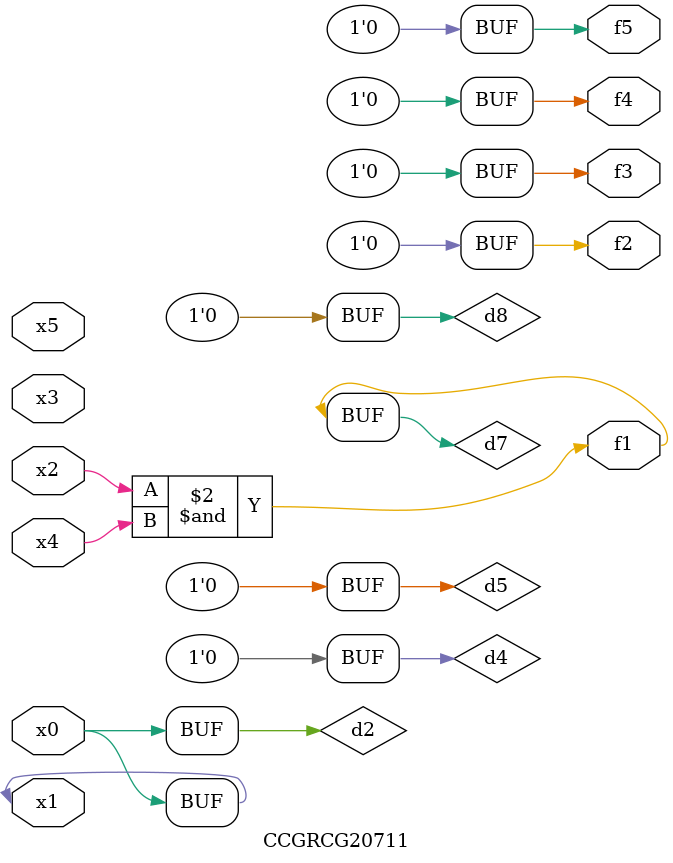
<source format=v>
module CCGRCG20711(
	input x0, x1, x2, x3, x4, x5,
	output f1, f2, f3, f4, f5
);

	wire d1, d2, d3, d4, d5, d6, d7, d8, d9;

	nand (d1, x1);
	buf (d2, x0, x1);
	nand (d3, x2, x4);
	and (d4, d1, d2);
	and (d5, d1, d2);
	nand (d6, d1, d3);
	not (d7, d3);
	xor (d8, d5);
	nor (d9, d5, d6);
	assign f1 = d7;
	assign f2 = d8;
	assign f3 = d8;
	assign f4 = d8;
	assign f5 = d8;
endmodule

</source>
